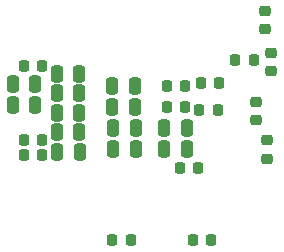
<source format=gbr>
%TF.GenerationSoftware,KiCad,Pcbnew,8.0.2*%
%TF.CreationDate,2024-05-13T17:43:01+03:00*%
%TF.ProjectId,MobileAdapter,4d6f6269-6c65-4416-9461-707465722e6b,rev?*%
%TF.SameCoordinates,Original*%
%TF.FileFunction,Paste,Bot*%
%TF.FilePolarity,Positive*%
%FSLAX46Y46*%
G04 Gerber Fmt 4.6, Leading zero omitted, Abs format (unit mm)*
G04 Created by KiCad (PCBNEW 8.0.2) date 2024-05-13 17:43:01*
%MOMM*%
%LPD*%
G01*
G04 APERTURE LIST*
G04 Aperture macros list*
%AMRoundRect*
0 Rectangle with rounded corners*
0 $1 Rounding radius*
0 $2 $3 $4 $5 $6 $7 $8 $9 X,Y pos of 4 corners*
0 Add a 4 corners polygon primitive as box body*
4,1,4,$2,$3,$4,$5,$6,$7,$8,$9,$2,$3,0*
0 Add four circle primitives for the rounded corners*
1,1,$1+$1,$2,$3*
1,1,$1+$1,$4,$5*
1,1,$1+$1,$6,$7*
1,1,$1+$1,$8,$9*
0 Add four rect primitives between the rounded corners*
20,1,$1+$1,$2,$3,$4,$5,0*
20,1,$1+$1,$4,$5,$6,$7,0*
20,1,$1+$1,$6,$7,$8,$9,0*
20,1,$1+$1,$8,$9,$2,$3,0*%
G04 Aperture macros list end*
%ADD10RoundRect,0.225000X0.225000X0.250000X-0.225000X0.250000X-0.225000X-0.250000X0.225000X-0.250000X0*%
%ADD11RoundRect,0.225000X-0.225000X-0.250000X0.225000X-0.250000X0.225000X0.250000X-0.225000X0.250000X0*%
%ADD12RoundRect,0.250000X0.250000X0.475000X-0.250000X0.475000X-0.250000X-0.475000X0.250000X-0.475000X0*%
%ADD13RoundRect,0.225000X-0.250000X0.225000X-0.250000X-0.225000X0.250000X-0.225000X0.250000X0.225000X0*%
%ADD14RoundRect,0.225000X0.250000X-0.225000X0.250000X0.225000X-0.250000X0.225000X-0.250000X-0.225000X0*%
G04 APERTURE END LIST*
D10*
%TO.C,C22*%
X119708000Y-87122000D03*
X118158000Y-87122000D03*
%TD*%
D11*
%TO.C,R10*%
X120891000Y-87376000D03*
X122441000Y-87376000D03*
%TD*%
D10*
%TO.C,C23*%
X119713000Y-85344000D03*
X118163000Y-85344000D03*
%TD*%
D11*
%TO.C,R9*%
X121018000Y-85090000D03*
X122568000Y-85090000D03*
%TD*%
D10*
%TO.C,R25*%
X107582000Y-91186000D03*
X106032000Y-91186000D03*
%TD*%
%TO.C,R24*%
X107582000Y-89916000D03*
X106032000Y-89916000D03*
%TD*%
%TO.C,R27*%
X107595000Y-83693000D03*
X106045000Y-83693000D03*
%TD*%
D12*
%TO.C,R14*%
X106995000Y-85217000D03*
X105095000Y-85217000D03*
%TD*%
%TO.C,C15*%
X105095000Y-86995000D03*
X106995000Y-86995000D03*
%TD*%
%TO.C,C19*%
X115504000Y-90678000D03*
X113604000Y-90678000D03*
%TD*%
%TO.C,C18*%
X115504000Y-88900000D03*
X113604000Y-88900000D03*
%TD*%
%TO.C,C17*%
X115443000Y-87122000D03*
X113543000Y-87122000D03*
%TD*%
%TO.C,C16*%
X115438000Y-85344000D03*
X113538000Y-85344000D03*
%TD*%
%TO.C,C13*%
X110766000Y-90932000D03*
X108866000Y-90932000D03*
%TD*%
%TO.C,C12*%
X110739000Y-89281000D03*
X108839000Y-89281000D03*
%TD*%
%TO.C,C11*%
X108839000Y-87630000D03*
X110739000Y-87630000D03*
%TD*%
%TO.C,C10*%
X108844000Y-85979000D03*
X110744000Y-85979000D03*
%TD*%
%TO.C,C9*%
X108844000Y-84328000D03*
X110744000Y-84328000D03*
%TD*%
%TO.C,C21*%
X119822000Y-88900000D03*
X117922000Y-88900000D03*
%TD*%
%TO.C,C20*%
X119822000Y-90678000D03*
X117922000Y-90678000D03*
%TD*%
D13*
%TO.C,R2*%
X126492000Y-79014934D03*
X126492000Y-80564934D03*
%TD*%
D10*
%TO.C,R7*%
X123952000Y-83185000D03*
X125502000Y-83185000D03*
%TD*%
D13*
%TO.C,R6*%
X125730000Y-86715000D03*
X125730000Y-88265000D03*
%TD*%
%TO.C,R5*%
X126655900Y-89956172D03*
X126655900Y-91506172D03*
%TD*%
D11*
%TO.C,R4*%
X120370000Y-98425000D03*
X121920000Y-98425000D03*
%TD*%
D10*
%TO.C,R3*%
X115075000Y-98425000D03*
X113525000Y-98425000D03*
%TD*%
%TO.C,R8*%
X120777000Y-92329000D03*
X119227000Y-92329000D03*
%TD*%
D14*
%TO.C,R11*%
X127000000Y-84087000D03*
X127000000Y-82537000D03*
%TD*%
M02*

</source>
